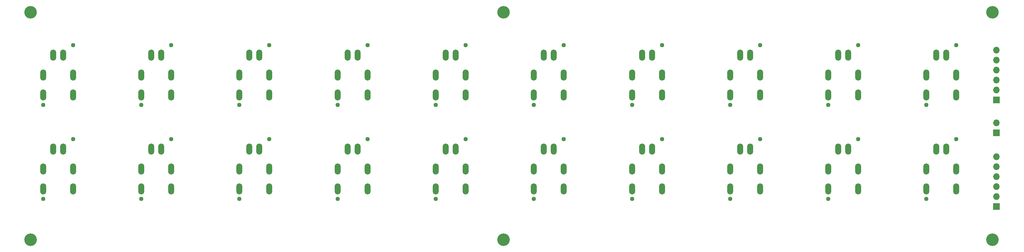
<source format=gbs>
G04 #@! TF.GenerationSoftware,KiCad,Pcbnew,8.0.4*
G04 #@! TF.CreationDate,2024-09-19T19:58:35+02:00*
G04 #@! TF.ProjectId,Buttons_Flash,42757474-6f6e-4735-9f46-6c6173682e6b,rev?*
G04 #@! TF.SameCoordinates,Original*
G04 #@! TF.FileFunction,Soldermask,Bot*
G04 #@! TF.FilePolarity,Negative*
%FSLAX46Y46*%
G04 Gerber Fmt 4.6, Leading zero omitted, Abs format (unit mm)*
G04 Created by KiCad (PCBNEW 8.0.4) date 2024-09-19 19:58:35*
%MOMM*%
%LPD*%
G01*
G04 APERTURE LIST*
%ADD10C,1.117600*%
%ADD11O,1.524000X2.844800*%
%ADD12C,3.200000*%
%ADD13R,1.700000X1.700000*%
%ADD14O,1.700000X1.700000*%
G04 APERTURE END LIST*
D10*
X53190000Y-110620000D03*
X60810000Y-95380000D03*
D11*
X55730000Y-97920000D03*
X58270000Y-97920000D03*
X53190000Y-103000000D03*
X60810000Y-103000000D03*
X53190000Y-108080000D03*
X60810000Y-108080000D03*
D10*
X228190000Y-134620000D03*
X235810000Y-119380000D03*
D11*
X230730000Y-121920000D03*
X233270000Y-121920000D03*
X228190000Y-127000000D03*
X235810000Y-127000000D03*
X228190000Y-132080000D03*
X235810000Y-132080000D03*
D10*
X78190000Y-134620000D03*
X85810000Y-119380000D03*
D11*
X80730000Y-121920000D03*
X83270000Y-121920000D03*
X78190000Y-127000000D03*
X85810000Y-127000000D03*
X78190000Y-132080000D03*
X85810000Y-132080000D03*
D10*
X178190000Y-110620000D03*
X185810000Y-95380000D03*
D11*
X180730000Y-97920000D03*
X183270000Y-97920000D03*
X178190000Y-103000000D03*
X185810000Y-103000000D03*
X178190000Y-108080000D03*
X185810000Y-108080000D03*
D10*
X203190000Y-134620000D03*
X210810000Y-119380000D03*
D11*
X205730000Y-121920000D03*
X208270000Y-121920000D03*
X203190000Y-127000000D03*
X210810000Y-127000000D03*
X203190000Y-132080000D03*
X210810000Y-132080000D03*
D10*
X103190000Y-110620000D03*
X110810000Y-95380000D03*
D11*
X105730000Y-97920000D03*
X108270000Y-97920000D03*
X103190000Y-103000000D03*
X110810000Y-103000000D03*
X103190000Y-108080000D03*
X110810000Y-108080000D03*
D10*
X153190000Y-110620000D03*
X160810000Y-95380000D03*
D11*
X155730000Y-97920000D03*
X158270000Y-97920000D03*
X153190000Y-103000000D03*
X160810000Y-103000000D03*
X153190000Y-108080000D03*
X160810000Y-108080000D03*
D10*
X203190000Y-110620000D03*
X210810000Y-95380000D03*
D11*
X205730000Y-97920000D03*
X208270000Y-97920000D03*
X203190000Y-103000000D03*
X210810000Y-103000000D03*
X203190000Y-108080000D03*
X210810000Y-108080000D03*
D10*
X53190000Y-134620000D03*
X60810000Y-119380000D03*
D11*
X55730000Y-121920000D03*
X58270000Y-121920000D03*
X53190000Y-127000000D03*
X60810000Y-127000000D03*
X53190000Y-132080000D03*
X60810000Y-132080000D03*
D10*
X228190000Y-110620000D03*
X235810000Y-95380000D03*
D11*
X230730000Y-97920000D03*
X233270000Y-97920000D03*
X228190000Y-103000000D03*
X235810000Y-103000000D03*
X228190000Y-108080000D03*
X235810000Y-108080000D03*
D10*
X128190000Y-110620000D03*
X135810000Y-95380000D03*
D11*
X130730000Y-97920000D03*
X133270000Y-97920000D03*
X128190000Y-103000000D03*
X135810000Y-103000000D03*
X128190000Y-108080000D03*
X135810000Y-108080000D03*
D10*
X178190000Y-134620000D03*
X185810000Y-119380000D03*
D11*
X180730000Y-121920000D03*
X183270000Y-121920000D03*
X178190000Y-127000000D03*
X185810000Y-127000000D03*
X178190000Y-132080000D03*
X185810000Y-132080000D03*
D10*
X153190000Y-134620000D03*
X160810000Y-119380000D03*
D11*
X155730000Y-121920000D03*
X158270000Y-121920000D03*
X153190000Y-127000000D03*
X160810000Y-127000000D03*
X153190000Y-132080000D03*
X160810000Y-132080000D03*
D10*
X103190000Y-134620000D03*
X110810000Y-119380000D03*
D11*
X105730000Y-121920000D03*
X108270000Y-121920000D03*
X103190000Y-127000000D03*
X110810000Y-127000000D03*
X103190000Y-132080000D03*
X110810000Y-132080000D03*
D10*
X128190000Y-134620000D03*
X135810000Y-119380000D03*
D11*
X130730000Y-121920000D03*
X133270000Y-121920000D03*
X128190000Y-127000000D03*
X135810000Y-127000000D03*
X128190000Y-132080000D03*
X135810000Y-132080000D03*
D10*
X28190000Y-110620000D03*
X35810000Y-95380000D03*
D11*
X30730000Y-97920000D03*
X33270000Y-97920000D03*
X28190000Y-103000000D03*
X35810000Y-103000000D03*
X28190000Y-108080000D03*
X35810000Y-108080000D03*
D10*
X28190000Y-134620000D03*
X35810000Y-119380000D03*
D11*
X30730000Y-121920000D03*
X33270000Y-121920000D03*
X28190000Y-127000000D03*
X35810000Y-127000000D03*
X28190000Y-132080000D03*
X35810000Y-132080000D03*
D10*
X253190000Y-110620000D03*
X260810000Y-95380000D03*
D11*
X255730000Y-97920000D03*
X258270000Y-97920000D03*
X253190000Y-103000000D03*
X260810000Y-103000000D03*
X253190000Y-108080000D03*
X260810000Y-108080000D03*
D10*
X253190000Y-134620000D03*
X260810000Y-119380000D03*
D11*
X255730000Y-121920000D03*
X258270000Y-121920000D03*
X253190000Y-127000000D03*
X260810000Y-127000000D03*
X253190000Y-132080000D03*
X260810000Y-132080000D03*
D10*
X78190000Y-110620000D03*
X85810000Y-95380000D03*
D11*
X80730000Y-97920000D03*
X83270000Y-97920000D03*
X78190000Y-103000000D03*
X85810000Y-103000000D03*
X78190000Y-108080000D03*
X85810000Y-108080000D03*
D12*
X25000000Y-87000000D03*
D13*
X271000000Y-109350000D03*
D14*
X271000000Y-106810000D03*
X271000000Y-104270000D03*
X271000000Y-101730000D03*
X271000000Y-99190000D03*
X271000000Y-96650000D03*
D12*
X25000000Y-145000000D03*
D13*
X271000000Y-117775000D03*
D14*
X271000000Y-115235000D03*
D12*
X145500000Y-145000000D03*
X145500000Y-87000000D03*
X270000000Y-87000000D03*
X270000000Y-145000000D03*
D13*
X271000000Y-136540000D03*
D14*
X271000000Y-134000000D03*
X271000000Y-131460000D03*
X271000000Y-128920000D03*
X271000000Y-126380000D03*
X271000000Y-123840000D03*
M02*

</source>
